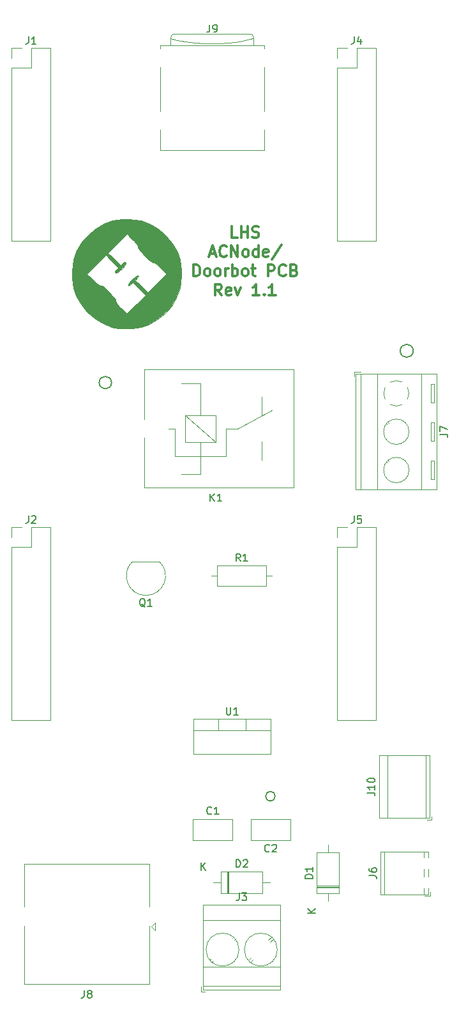
<source format=gbr>
G04 #@! TF.GenerationSoftware,KiCad,Pcbnew,5.0.1*
G04 #@! TF.CreationDate,2018-12-02T07:32:58+00:00*
G04 #@! TF.ProjectId,acnode-doorbot,61636E6F64652D646F6F72626F742E6B,rev?*
G04 #@! TF.SameCoordinates,Original*
G04 #@! TF.FileFunction,Legend,Top*
G04 #@! TF.FilePolarity,Positive*
%FSLAX46Y46*%
G04 Gerber Fmt 4.6, Leading zero omitted, Abs format (unit mm)*
G04 Created by KiCad (PCBNEW 5.0.1) date Sun Dec  2 07:32:58 2018*
%MOMM*%
%LPD*%
G01*
G04 APERTURE LIST*
%ADD10C,0.200000*%
%ADD11C,0.300000*%
%ADD12C,0.120000*%
%ADD13C,0.010000*%
%ADD14C,0.150000*%
G04 APERTURE END LIST*
D10*
X64022192Y-84890000D02*
G75*
G03X64022192Y-84890000I-822192J0D01*
G01*
X104033539Y-80680000D02*
G75*
G03X104033539Y-80680000I-863539J0D01*
G01*
X85725000Y-139700000D02*
G75*
G03X85725000Y-139700000I-635000J0D01*
G01*
D11*
X80694285Y-65683571D02*
X79980000Y-65683571D01*
X79980000Y-64183571D01*
X81194285Y-65683571D02*
X81194285Y-64183571D01*
X81194285Y-64897857D02*
X82051428Y-64897857D01*
X82051428Y-65683571D02*
X82051428Y-64183571D01*
X82694285Y-65612142D02*
X82908571Y-65683571D01*
X83265714Y-65683571D01*
X83408571Y-65612142D01*
X83480000Y-65540714D01*
X83551428Y-65397857D01*
X83551428Y-65255000D01*
X83480000Y-65112142D01*
X83408571Y-65040714D01*
X83265714Y-64969285D01*
X82980000Y-64897857D01*
X82837142Y-64826428D01*
X82765714Y-64755000D01*
X82694285Y-64612142D01*
X82694285Y-64469285D01*
X82765714Y-64326428D01*
X82837142Y-64255000D01*
X82980000Y-64183571D01*
X83337142Y-64183571D01*
X83551428Y-64255000D01*
X77051428Y-67805000D02*
X77765714Y-67805000D01*
X76908571Y-68233571D02*
X77408571Y-66733571D01*
X77908571Y-68233571D01*
X79265714Y-68090714D02*
X79194285Y-68162142D01*
X78980000Y-68233571D01*
X78837142Y-68233571D01*
X78622857Y-68162142D01*
X78480000Y-68019285D01*
X78408571Y-67876428D01*
X78337142Y-67590714D01*
X78337142Y-67376428D01*
X78408571Y-67090714D01*
X78480000Y-66947857D01*
X78622857Y-66805000D01*
X78837142Y-66733571D01*
X78980000Y-66733571D01*
X79194285Y-66805000D01*
X79265714Y-66876428D01*
X79908571Y-68233571D02*
X79908571Y-66733571D01*
X80765714Y-68233571D01*
X80765714Y-66733571D01*
X81694285Y-68233571D02*
X81551428Y-68162142D01*
X81480000Y-68090714D01*
X81408571Y-67947857D01*
X81408571Y-67519285D01*
X81480000Y-67376428D01*
X81551428Y-67305000D01*
X81694285Y-67233571D01*
X81908571Y-67233571D01*
X82051428Y-67305000D01*
X82122857Y-67376428D01*
X82194285Y-67519285D01*
X82194285Y-67947857D01*
X82122857Y-68090714D01*
X82051428Y-68162142D01*
X81908571Y-68233571D01*
X81694285Y-68233571D01*
X83480000Y-68233571D02*
X83480000Y-66733571D01*
X83480000Y-68162142D02*
X83337142Y-68233571D01*
X83051428Y-68233571D01*
X82908571Y-68162142D01*
X82837142Y-68090714D01*
X82765714Y-67947857D01*
X82765714Y-67519285D01*
X82837142Y-67376428D01*
X82908571Y-67305000D01*
X83051428Y-67233571D01*
X83337142Y-67233571D01*
X83480000Y-67305000D01*
X84765714Y-68162142D02*
X84622857Y-68233571D01*
X84337142Y-68233571D01*
X84194285Y-68162142D01*
X84122857Y-68019285D01*
X84122857Y-67447857D01*
X84194285Y-67305000D01*
X84337142Y-67233571D01*
X84622857Y-67233571D01*
X84765714Y-67305000D01*
X84837142Y-67447857D01*
X84837142Y-67590714D01*
X84122857Y-67733571D01*
X86551428Y-66662142D02*
X85265714Y-68590714D01*
X74908571Y-70783571D02*
X74908571Y-69283571D01*
X75265714Y-69283571D01*
X75480000Y-69355000D01*
X75622857Y-69497857D01*
X75694285Y-69640714D01*
X75765714Y-69926428D01*
X75765714Y-70140714D01*
X75694285Y-70426428D01*
X75622857Y-70569285D01*
X75480000Y-70712142D01*
X75265714Y-70783571D01*
X74908571Y-70783571D01*
X76622857Y-70783571D02*
X76480000Y-70712142D01*
X76408571Y-70640714D01*
X76337142Y-70497857D01*
X76337142Y-70069285D01*
X76408571Y-69926428D01*
X76480000Y-69855000D01*
X76622857Y-69783571D01*
X76837142Y-69783571D01*
X76980000Y-69855000D01*
X77051428Y-69926428D01*
X77122857Y-70069285D01*
X77122857Y-70497857D01*
X77051428Y-70640714D01*
X76980000Y-70712142D01*
X76837142Y-70783571D01*
X76622857Y-70783571D01*
X77980000Y-70783571D02*
X77837142Y-70712142D01*
X77765714Y-70640714D01*
X77694285Y-70497857D01*
X77694285Y-70069285D01*
X77765714Y-69926428D01*
X77837142Y-69855000D01*
X77980000Y-69783571D01*
X78194285Y-69783571D01*
X78337142Y-69855000D01*
X78408571Y-69926428D01*
X78480000Y-70069285D01*
X78480000Y-70497857D01*
X78408571Y-70640714D01*
X78337142Y-70712142D01*
X78194285Y-70783571D01*
X77980000Y-70783571D01*
X79122857Y-70783571D02*
X79122857Y-69783571D01*
X79122857Y-70069285D02*
X79194285Y-69926428D01*
X79265714Y-69855000D01*
X79408571Y-69783571D01*
X79551428Y-69783571D01*
X80051428Y-70783571D02*
X80051428Y-69283571D01*
X80051428Y-69855000D02*
X80194285Y-69783571D01*
X80480000Y-69783571D01*
X80622857Y-69855000D01*
X80694285Y-69926428D01*
X80765714Y-70069285D01*
X80765714Y-70497857D01*
X80694285Y-70640714D01*
X80622857Y-70712142D01*
X80480000Y-70783571D01*
X80194285Y-70783571D01*
X80051428Y-70712142D01*
X81622857Y-70783571D02*
X81480000Y-70712142D01*
X81408571Y-70640714D01*
X81337142Y-70497857D01*
X81337142Y-70069285D01*
X81408571Y-69926428D01*
X81480000Y-69855000D01*
X81622857Y-69783571D01*
X81837142Y-69783571D01*
X81980000Y-69855000D01*
X82051428Y-69926428D01*
X82122857Y-70069285D01*
X82122857Y-70497857D01*
X82051428Y-70640714D01*
X81980000Y-70712142D01*
X81837142Y-70783571D01*
X81622857Y-70783571D01*
X82551428Y-69783571D02*
X83122857Y-69783571D01*
X82765714Y-69283571D02*
X82765714Y-70569285D01*
X82837142Y-70712142D01*
X82980000Y-70783571D01*
X83122857Y-70783571D01*
X84765714Y-70783571D02*
X84765714Y-69283571D01*
X85337142Y-69283571D01*
X85480000Y-69355000D01*
X85551428Y-69426428D01*
X85622857Y-69569285D01*
X85622857Y-69783571D01*
X85551428Y-69926428D01*
X85480000Y-69997857D01*
X85337142Y-70069285D01*
X84765714Y-70069285D01*
X87122857Y-70640714D02*
X87051428Y-70712142D01*
X86837142Y-70783571D01*
X86694285Y-70783571D01*
X86480000Y-70712142D01*
X86337142Y-70569285D01*
X86265714Y-70426428D01*
X86194285Y-70140714D01*
X86194285Y-69926428D01*
X86265714Y-69640714D01*
X86337142Y-69497857D01*
X86480000Y-69355000D01*
X86694285Y-69283571D01*
X86837142Y-69283571D01*
X87051428Y-69355000D01*
X87122857Y-69426428D01*
X88265714Y-69997857D02*
X88480000Y-70069285D01*
X88551428Y-70140714D01*
X88622857Y-70283571D01*
X88622857Y-70497857D01*
X88551428Y-70640714D01*
X88480000Y-70712142D01*
X88337142Y-70783571D01*
X87765714Y-70783571D01*
X87765714Y-69283571D01*
X88265714Y-69283571D01*
X88408571Y-69355000D01*
X88480000Y-69426428D01*
X88551428Y-69569285D01*
X88551428Y-69712142D01*
X88480000Y-69855000D01*
X88408571Y-69926428D01*
X88265714Y-69997857D01*
X87765714Y-69997857D01*
X78622857Y-73333571D02*
X78122857Y-72619285D01*
X77765714Y-73333571D02*
X77765714Y-71833571D01*
X78337142Y-71833571D01*
X78480000Y-71905000D01*
X78551428Y-71976428D01*
X78622857Y-72119285D01*
X78622857Y-72333571D01*
X78551428Y-72476428D01*
X78480000Y-72547857D01*
X78337142Y-72619285D01*
X77765714Y-72619285D01*
X79837142Y-73262142D02*
X79694285Y-73333571D01*
X79408571Y-73333571D01*
X79265714Y-73262142D01*
X79194285Y-73119285D01*
X79194285Y-72547857D01*
X79265714Y-72405000D01*
X79408571Y-72333571D01*
X79694285Y-72333571D01*
X79837142Y-72405000D01*
X79908571Y-72547857D01*
X79908571Y-72690714D01*
X79194285Y-72833571D01*
X80408571Y-72333571D02*
X80765714Y-73333571D01*
X81122857Y-72333571D01*
X83622857Y-73333571D02*
X82765714Y-73333571D01*
X83194285Y-73333571D02*
X83194285Y-71833571D01*
X83051428Y-72047857D01*
X82908571Y-72190714D01*
X82765714Y-72262142D01*
X84265714Y-73190714D02*
X84337142Y-73262142D01*
X84265714Y-73333571D01*
X84194285Y-73262142D01*
X84265714Y-73190714D01*
X84265714Y-73333571D01*
X85765714Y-73333571D02*
X84908571Y-73333571D01*
X85337142Y-73333571D02*
X85337142Y-71833571D01*
X85194285Y-72047857D01*
X85051428Y-72190714D01*
X84908571Y-72262142D01*
D12*
G04 #@! TO.C,C1*
X74830000Y-142775000D02*
X80070000Y-142775000D01*
X74830000Y-145515000D02*
X80070000Y-145515000D01*
X74830000Y-142775000D02*
X74830000Y-145515000D01*
X80070000Y-142775000D02*
X80070000Y-145515000D01*
G04 #@! TO.C,C2*
X82490000Y-145515000D02*
X82490000Y-142775000D01*
X87730000Y-145515000D02*
X87730000Y-142775000D01*
X87730000Y-142775000D02*
X82490000Y-142775000D01*
X87730000Y-145515000D02*
X82490000Y-145515000D01*
G04 #@! TO.C,D1*
X91240000Y-152580000D02*
X94180000Y-152580000D01*
X94180000Y-152580000D02*
X94180000Y-147140000D01*
X94180000Y-147140000D02*
X91240000Y-147140000D01*
X91240000Y-147140000D02*
X91240000Y-152580000D01*
X92710000Y-153600000D02*
X92710000Y-152580000D01*
X92710000Y-146120000D02*
X92710000Y-147140000D01*
X91240000Y-151680000D02*
X94180000Y-151680000D01*
X91240000Y-151560000D02*
X94180000Y-151560000D01*
X91240000Y-151800000D02*
X94180000Y-151800000D01*
G04 #@! TO.C,D2*
X79340000Y-149660000D02*
X79340000Y-152600000D01*
X79580000Y-149660000D02*
X79580000Y-152600000D01*
X79460000Y-149660000D02*
X79460000Y-152600000D01*
X85020000Y-151130000D02*
X84000000Y-151130000D01*
X77540000Y-151130000D02*
X78560000Y-151130000D01*
X84000000Y-149660000D02*
X78560000Y-149660000D01*
X84000000Y-152600000D02*
X84000000Y-149660000D01*
X78560000Y-152600000D02*
X84000000Y-152600000D01*
X78560000Y-149660000D02*
X78560000Y-152600000D01*
G04 #@! TO.C,J1*
X50740000Y-66100000D02*
X55940000Y-66100000D01*
X50740000Y-43180000D02*
X50740000Y-66100000D01*
X55940000Y-40580000D02*
X55940000Y-66100000D01*
X50740000Y-43180000D02*
X53340000Y-43180000D01*
X53340000Y-43180000D02*
X53340000Y-40580000D01*
X53340000Y-40580000D02*
X55940000Y-40580000D01*
X50740000Y-41910000D02*
X50740000Y-40580000D01*
X50740000Y-40580000D02*
X52070000Y-40580000D01*
G04 #@! TO.C,J2*
X50740000Y-104080000D02*
X52070000Y-104080000D01*
X50740000Y-105410000D02*
X50740000Y-104080000D01*
X53340000Y-104080000D02*
X55940000Y-104080000D01*
X53340000Y-106680000D02*
X53340000Y-104080000D01*
X50740000Y-106680000D02*
X53340000Y-106680000D01*
X55940000Y-104080000D02*
X55940000Y-129600000D01*
X50740000Y-106680000D02*
X50740000Y-129600000D01*
X50740000Y-129600000D02*
X55940000Y-129600000D01*
G04 #@! TO.C,J3*
X80920000Y-160020000D02*
G75*
G03X80920000Y-160020000I-2180000J0D01*
G01*
X86000000Y-160020000D02*
G75*
G03X86000000Y-160020000I-2180000J0D01*
G01*
X76140000Y-164820000D02*
X86420000Y-164820000D01*
X76140000Y-162320000D02*
X86420000Y-162320000D01*
X76140000Y-156120000D02*
X86420000Y-156120000D01*
X76140000Y-154060000D02*
X86420000Y-154060000D01*
X76140000Y-165380000D02*
X86420000Y-165380000D01*
X76140000Y-154060000D02*
X76140000Y-165380000D01*
X86420000Y-154060000D02*
X86420000Y-165380000D01*
X80394000Y-158632000D02*
X80287000Y-158739000D01*
X77458000Y-161567000D02*
X77352000Y-161674000D01*
X80128000Y-158366000D02*
X80021000Y-158473000D01*
X77192000Y-161301000D02*
X77086000Y-161408000D01*
X85474000Y-158632000D02*
X85079000Y-159028000D01*
X82813000Y-161294000D02*
X82433000Y-161674000D01*
X85208000Y-158366000D02*
X84828000Y-158746000D01*
X82562000Y-161012000D02*
X82167000Y-161408000D01*
X75900000Y-164880000D02*
X75900000Y-165620000D01*
X75900000Y-165620000D02*
X76400000Y-165620000D01*
G04 #@! TO.C,J4*
X93920000Y-66100000D02*
X99120000Y-66100000D01*
X93920000Y-43180000D02*
X93920000Y-66100000D01*
X99120000Y-40580000D02*
X99120000Y-66100000D01*
X93920000Y-43180000D02*
X96520000Y-43180000D01*
X96520000Y-43180000D02*
X96520000Y-40580000D01*
X96520000Y-40580000D02*
X99120000Y-40580000D01*
X93920000Y-41910000D02*
X93920000Y-40580000D01*
X93920000Y-40580000D02*
X95250000Y-40580000D01*
G04 #@! TO.C,J5*
X93920000Y-104080000D02*
X95250000Y-104080000D01*
X93920000Y-105410000D02*
X93920000Y-104080000D01*
X96520000Y-104080000D02*
X99120000Y-104080000D01*
X96520000Y-106680000D02*
X96520000Y-104080000D01*
X93920000Y-106680000D02*
X96520000Y-106680000D01*
X99120000Y-104080000D02*
X99120000Y-129600000D01*
X93920000Y-106680000D02*
X93920000Y-129600000D01*
X93920000Y-129600000D02*
X99120000Y-129600000D01*
G04 #@! TO.C,J6*
X105470000Y-152690000D02*
X105470000Y-151920000D01*
X105470000Y-150340000D02*
X105470000Y-149380000D01*
X105470000Y-147800000D02*
X105470000Y-147030000D01*
X100170000Y-152690000D02*
X100170000Y-147030000D01*
X99710000Y-152690000D02*
X99710000Y-147030000D01*
X106030000Y-152690000D02*
X106030000Y-151920000D01*
X106030000Y-150340000D02*
X106030000Y-149380000D01*
X106030000Y-147800000D02*
X106030000Y-147030000D01*
X99710000Y-152690000D02*
X106030000Y-152690000D01*
X99710000Y-147030000D02*
X106030000Y-147030000D01*
X105530000Y-152930000D02*
X106270000Y-152930000D01*
X106270000Y-152930000D02*
X106270000Y-152430000D01*
G04 #@! TO.C,J7*
X100306648Y-87108712D02*
G75*
G02X100110000Y-86320000I1483352J788712D01*
G01*
X102579088Y-87803953D02*
G75*
G02X101001000Y-87804000I-789088J1483953D01*
G01*
X103273953Y-85530912D02*
G75*
G02X103274000Y-87109000I-1483953J-789088D01*
G01*
X101000912Y-84836047D02*
G75*
G02X102579000Y-84836000I789088J-1483953D01*
G01*
X100109550Y-86349383D02*
G75*
G02X100306000Y-85531000I1680450J29383D01*
G01*
X103470000Y-91400000D02*
G75*
G03X103470000Y-91400000I-1680000J0D01*
G01*
X103470000Y-96480000D02*
G75*
G03X103470000Y-96480000I-1680000J0D01*
G01*
X97090000Y-83720000D02*
X97090000Y-99080000D01*
X99290000Y-83720000D02*
X99290000Y-99080000D01*
X105090000Y-83720000D02*
X105090000Y-99080000D01*
X107150000Y-83720000D02*
X107150000Y-99080000D01*
X96430000Y-83720000D02*
X96430000Y-99080000D01*
X107150000Y-83720000D02*
X96430000Y-83720000D01*
X107150000Y-99080000D02*
X96430000Y-99080000D01*
X106840000Y-85070000D02*
X106840000Y-87570000D01*
X106340000Y-85070000D02*
X106340000Y-87570000D01*
X106840000Y-85070000D02*
X106340000Y-85070000D01*
X106840000Y-87570000D02*
X106340000Y-87570000D01*
X102859000Y-92675000D02*
X102766000Y-92581000D01*
X100574000Y-90390000D02*
X100516000Y-90331000D01*
X103065000Y-92470000D02*
X103006000Y-92411000D01*
X100814000Y-90220000D02*
X100721000Y-90126000D01*
X106840000Y-90150000D02*
X106840000Y-92650000D01*
X106340000Y-90150000D02*
X106340000Y-92650000D01*
X106840000Y-90150000D02*
X106340000Y-90150000D01*
X106840000Y-92650000D02*
X106340000Y-92650000D01*
X102859000Y-97755000D02*
X102766000Y-97661000D01*
X100574000Y-95470000D02*
X100516000Y-95411000D01*
X103065000Y-97550000D02*
X103006000Y-97491000D01*
X100814000Y-95300000D02*
X100721000Y-95206000D01*
X106840000Y-95230000D02*
X106840000Y-97730000D01*
X106340000Y-95230000D02*
X106340000Y-97730000D01*
X106840000Y-95230000D02*
X106340000Y-95230000D01*
X106840000Y-97730000D02*
X106340000Y-97730000D01*
X97030000Y-83480000D02*
X96190000Y-83480000D01*
X96190000Y-83480000D02*
X96190000Y-84080000D01*
G04 #@! TO.C,J8*
X69050000Y-164555000D02*
X52410000Y-164555000D01*
X69050000Y-164555000D02*
X69050000Y-156850000D01*
X52410000Y-164555000D02*
X52410000Y-156850000D01*
X69050000Y-148675000D02*
X52410000Y-148675000D01*
X69050000Y-148675000D02*
X69050000Y-154350000D01*
X52410000Y-148675000D02*
X52410000Y-154350000D01*
X69290000Y-156990000D02*
X69790000Y-156490000D01*
X69790000Y-156490000D02*
X69790000Y-157490000D01*
X69790000Y-157490000D02*
X69290000Y-156990000D01*
G04 #@! TO.C,J9*
X82370000Y-39390000D02*
X82870000Y-39290000D01*
X81070000Y-39690000D02*
X82370000Y-39390000D01*
X79570000Y-39890000D02*
X81070000Y-39690000D01*
X78270000Y-39990000D02*
X79570000Y-39890000D01*
X76470000Y-39990000D02*
X78270000Y-39990000D01*
X75170000Y-39890000D02*
X76470000Y-39990000D01*
X74370000Y-39790000D02*
X75170000Y-39890000D01*
X72670000Y-39490000D02*
X74370000Y-39790000D01*
X71870000Y-39290000D02*
X72670000Y-39490000D01*
X72370000Y-38690000D02*
X82370000Y-38690000D01*
X71870000Y-40190000D02*
X71870000Y-39190000D01*
X82870000Y-40190000D02*
X82870000Y-39190000D01*
X70460000Y-40190000D02*
X84280000Y-40190000D01*
X84280000Y-54110000D02*
X70460000Y-54110000D01*
X84280000Y-51410000D02*
X84280000Y-54110000D01*
X84280000Y-40190000D02*
X84280000Y-40590000D01*
X84280000Y-43110000D02*
X84280000Y-48890000D01*
X70460000Y-51410000D02*
X70460000Y-54110000D01*
X70460000Y-43110000D02*
X70460000Y-48890000D01*
X70460000Y-40190000D02*
X70460000Y-40590000D01*
X82870000Y-39190000D02*
G75*
G03X82370000Y-38690000I-500000J0D01*
G01*
X72370000Y-38690000D02*
G75*
G03X71870000Y-39190000I0J-500000D01*
G01*
G04 #@! TO.C,J10*
X105720000Y-142590000D02*
X105720000Y-134270000D01*
X100620000Y-142590000D02*
X100620000Y-134270000D01*
X99500000Y-142590000D02*
X99500000Y-134270000D01*
X106240000Y-142590000D02*
X106240000Y-134270000D01*
X99500000Y-142590000D02*
X106240000Y-142590000D01*
X99500000Y-134270000D02*
X106240000Y-134270000D01*
X105840000Y-142830000D02*
X106480000Y-142830000D01*
X106480000Y-142830000D02*
X106480000Y-142430000D01*
G04 #@! TO.C,K1*
X68360000Y-92160000D02*
X68360000Y-98760000D01*
X68360000Y-83160000D02*
X68360000Y-89760000D01*
X68360000Y-83160000D02*
X88160000Y-83160000D01*
X88160000Y-83160000D02*
X88160000Y-98760000D01*
X88160000Y-98760000D02*
X68360000Y-98760000D01*
X83910000Y-95160000D02*
X83910000Y-92710000D01*
X83910000Y-86760000D02*
X83910000Y-89260000D01*
X73310000Y-97010000D02*
X75810000Y-97010000D01*
X72410000Y-91010000D02*
X71610000Y-91010000D01*
X75810000Y-85010000D02*
X73310000Y-85010000D01*
X79210000Y-91010000D02*
X80710000Y-91010000D01*
X80710000Y-91010000D02*
X85310000Y-88510000D01*
X79210000Y-94610000D02*
X72410000Y-94610000D01*
X79210000Y-91010000D02*
X79210000Y-94610000D01*
X72410000Y-91010000D02*
X72410000Y-94610000D01*
X75810000Y-85010000D02*
X75810000Y-89210000D01*
X75810000Y-92810000D02*
X75810000Y-97010000D01*
X77810000Y-92810000D02*
X73810000Y-89210000D01*
X73810000Y-92810000D02*
X73810000Y-89210000D01*
X73810000Y-89210000D02*
X77810000Y-89210000D01*
X77810000Y-89210000D02*
X77810000Y-92810000D01*
X77810000Y-92810000D02*
X73810000Y-92810000D01*
G04 #@! TO.C,Q1*
X70380000Y-108640000D02*
X66780000Y-108640000D01*
X70418478Y-108651522D02*
G75*
G02X68580000Y-113090000I-1838478J-1838478D01*
G01*
X66741522Y-108651522D02*
G75*
G03X68580000Y-113090000I1838478J-1838478D01*
G01*
G04 #@! TO.C,R1*
X78010000Y-109120000D02*
X78010000Y-111860000D01*
X78010000Y-111860000D02*
X84550000Y-111860000D01*
X84550000Y-111860000D02*
X84550000Y-109120000D01*
X84550000Y-109120000D02*
X78010000Y-109120000D01*
X77240000Y-110490000D02*
X78010000Y-110490000D01*
X85320000Y-110490000D02*
X84550000Y-110490000D01*
G04 #@! TO.C,U1*
X74890000Y-129445000D02*
X85130000Y-129445000D01*
X74890000Y-134086000D02*
X85130000Y-134086000D01*
X74890000Y-129445000D02*
X74890000Y-134086000D01*
X85130000Y-129445000D02*
X85130000Y-134086000D01*
X74890000Y-130955000D02*
X85130000Y-130955000D01*
X78160000Y-129445000D02*
X78160000Y-130955000D01*
X81861000Y-129445000D02*
X81861000Y-130955000D01*
D13*
G04 #@! TO.C,G\002A\002A\002A*
G36*
X67161055Y-63306258D02*
X67822778Y-63405104D01*
X67939241Y-63433368D01*
X69171148Y-63888989D01*
X70294016Y-64557811D01*
X71280563Y-65412552D01*
X72103508Y-66425932D01*
X72735571Y-67570668D01*
X73091631Y-68585758D01*
X73201782Y-69206237D01*
X73259684Y-69979982D01*
X73265337Y-70811689D01*
X73218741Y-71606055D01*
X73119895Y-72267778D01*
X73091631Y-72384241D01*
X72636010Y-73616148D01*
X71967188Y-74739016D01*
X71112447Y-75725563D01*
X70099067Y-76548508D01*
X68954331Y-77180571D01*
X67939241Y-77536631D01*
X67368886Y-77637240D01*
X66640449Y-77693428D01*
X65842795Y-77705330D01*
X65064790Y-77673082D01*
X64395300Y-77596823D01*
X64085223Y-77530703D01*
X62869594Y-77068820D01*
X61758056Y-76393382D01*
X60779337Y-75533397D01*
X59962165Y-74517871D01*
X59335267Y-73375812D01*
X58988368Y-72384241D01*
X58878217Y-71763762D01*
X58820315Y-70990017D01*
X58816863Y-70482132D01*
X60773995Y-70482132D01*
X61589361Y-71304811D01*
X62049846Y-71742315D01*
X62364849Y-71978010D01*
X62538784Y-72015140D01*
X62547129Y-72009307D01*
X62702555Y-72033715D01*
X63002567Y-72249939D01*
X63451848Y-72661606D01*
X63679470Y-72886905D01*
X64162566Y-73393988D01*
X64447990Y-73744752D01*
X64536991Y-73940825D01*
X64516398Y-73977253D01*
X64514129Y-74109372D01*
X64707048Y-74386459D01*
X65098266Y-74812844D01*
X65166273Y-74881910D01*
X65528997Y-75240576D01*
X65823240Y-75517887D01*
X66004970Y-75672964D01*
X66038839Y-75692000D01*
X66149150Y-75606969D01*
X66402508Y-75374030D01*
X66763902Y-75026413D01*
X67198320Y-74597348D01*
X67309418Y-74486084D01*
X68510320Y-73280168D01*
X66877192Y-71632394D01*
X66598994Y-71893748D01*
X66370175Y-72057803D01*
X66235195Y-72015784D01*
X66227715Y-72004495D01*
X66260750Y-71841796D01*
X66440174Y-71580720D01*
X66710376Y-71276874D01*
X67015747Y-70985871D01*
X67300676Y-70763320D01*
X67509553Y-70664830D01*
X67559495Y-70672715D01*
X67616700Y-70802109D01*
X67468684Y-71022483D01*
X67448748Y-71043994D01*
X67187394Y-71322192D01*
X68012130Y-72139598D01*
X68836867Y-72957004D01*
X70071435Y-71722435D01*
X71306004Y-70487867D01*
X70490638Y-69665188D01*
X70030153Y-69227684D01*
X69715150Y-68991989D01*
X69541215Y-68954859D01*
X69532870Y-68960692D01*
X69387260Y-68931254D01*
X69124833Y-68751831D01*
X68789480Y-68466443D01*
X68425092Y-68119110D01*
X68075559Y-67753852D01*
X67784773Y-67414689D01*
X67596625Y-67145641D01*
X67555006Y-66990729D01*
X67560888Y-66982911D01*
X67543044Y-66826384D01*
X67321962Y-66522852D01*
X66896686Y-66071017D01*
X66862719Y-66037244D01*
X66037132Y-65218995D01*
X64802564Y-66453564D01*
X63567995Y-67688132D01*
X64385401Y-68512869D01*
X65202807Y-69337605D01*
X65475342Y-69081572D01*
X65689897Y-68917614D01*
X65831971Y-68937597D01*
X65889982Y-68996765D01*
X65888045Y-69170457D01*
X65733650Y-69435255D01*
X65479499Y-69738792D01*
X65178295Y-70028704D01*
X64882741Y-70252625D01*
X64645539Y-70358190D01*
X64543459Y-70334659D01*
X64471412Y-70176828D01*
X64588936Y-69973181D01*
X64641691Y-69914892D01*
X64892605Y-69647807D01*
X64067869Y-68830401D01*
X63243132Y-68012995D01*
X62008564Y-69247564D01*
X60773995Y-70482132D01*
X58816863Y-70482132D01*
X58814662Y-70158310D01*
X58861258Y-69363944D01*
X58960104Y-68702221D01*
X58988368Y-68585758D01*
X59429439Y-67371832D01*
X60082462Y-66274070D01*
X60890354Y-65335354D01*
X61909346Y-64469824D01*
X63014828Y-63833611D01*
X64140758Y-63433368D01*
X64761237Y-63323217D01*
X65534982Y-63265315D01*
X66366689Y-63259662D01*
X67161055Y-63306258D01*
X67161055Y-63306258D01*
G37*
X67161055Y-63306258D02*
X67822778Y-63405104D01*
X67939241Y-63433368D01*
X69171148Y-63888989D01*
X70294016Y-64557811D01*
X71280563Y-65412552D01*
X72103508Y-66425932D01*
X72735571Y-67570668D01*
X73091631Y-68585758D01*
X73201782Y-69206237D01*
X73259684Y-69979982D01*
X73265337Y-70811689D01*
X73218741Y-71606055D01*
X73119895Y-72267778D01*
X73091631Y-72384241D01*
X72636010Y-73616148D01*
X71967188Y-74739016D01*
X71112447Y-75725563D01*
X70099067Y-76548508D01*
X68954331Y-77180571D01*
X67939241Y-77536631D01*
X67368886Y-77637240D01*
X66640449Y-77693428D01*
X65842795Y-77705330D01*
X65064790Y-77673082D01*
X64395300Y-77596823D01*
X64085223Y-77530703D01*
X62869594Y-77068820D01*
X61758056Y-76393382D01*
X60779337Y-75533397D01*
X59962165Y-74517871D01*
X59335267Y-73375812D01*
X58988368Y-72384241D01*
X58878217Y-71763762D01*
X58820315Y-70990017D01*
X58816863Y-70482132D01*
X60773995Y-70482132D01*
X61589361Y-71304811D01*
X62049846Y-71742315D01*
X62364849Y-71978010D01*
X62538784Y-72015140D01*
X62547129Y-72009307D01*
X62702555Y-72033715D01*
X63002567Y-72249939D01*
X63451848Y-72661606D01*
X63679470Y-72886905D01*
X64162566Y-73393988D01*
X64447990Y-73744752D01*
X64536991Y-73940825D01*
X64516398Y-73977253D01*
X64514129Y-74109372D01*
X64707048Y-74386459D01*
X65098266Y-74812844D01*
X65166273Y-74881910D01*
X65528997Y-75240576D01*
X65823240Y-75517887D01*
X66004970Y-75672964D01*
X66038839Y-75692000D01*
X66149150Y-75606969D01*
X66402508Y-75374030D01*
X66763902Y-75026413D01*
X67198320Y-74597348D01*
X67309418Y-74486084D01*
X68510320Y-73280168D01*
X66877192Y-71632394D01*
X66598994Y-71893748D01*
X66370175Y-72057803D01*
X66235195Y-72015784D01*
X66227715Y-72004495D01*
X66260750Y-71841796D01*
X66440174Y-71580720D01*
X66710376Y-71276874D01*
X67015747Y-70985871D01*
X67300676Y-70763320D01*
X67509553Y-70664830D01*
X67559495Y-70672715D01*
X67616700Y-70802109D01*
X67468684Y-71022483D01*
X67448748Y-71043994D01*
X67187394Y-71322192D01*
X68012130Y-72139598D01*
X68836867Y-72957004D01*
X70071435Y-71722435D01*
X71306004Y-70487867D01*
X70490638Y-69665188D01*
X70030153Y-69227684D01*
X69715150Y-68991989D01*
X69541215Y-68954859D01*
X69532870Y-68960692D01*
X69387260Y-68931254D01*
X69124833Y-68751831D01*
X68789480Y-68466443D01*
X68425092Y-68119110D01*
X68075559Y-67753852D01*
X67784773Y-67414689D01*
X67596625Y-67145641D01*
X67555006Y-66990729D01*
X67560888Y-66982911D01*
X67543044Y-66826384D01*
X67321962Y-66522852D01*
X66896686Y-66071017D01*
X66862719Y-66037244D01*
X66037132Y-65218995D01*
X64802564Y-66453564D01*
X63567995Y-67688132D01*
X64385401Y-68512869D01*
X65202807Y-69337605D01*
X65475342Y-69081572D01*
X65689897Y-68917614D01*
X65831971Y-68937597D01*
X65889982Y-68996765D01*
X65888045Y-69170457D01*
X65733650Y-69435255D01*
X65479499Y-69738792D01*
X65178295Y-70028704D01*
X64882741Y-70252625D01*
X64645539Y-70358190D01*
X64543459Y-70334659D01*
X64471412Y-70176828D01*
X64588936Y-69973181D01*
X64641691Y-69914892D01*
X64892605Y-69647807D01*
X64067869Y-68830401D01*
X63243132Y-68012995D01*
X62008564Y-69247564D01*
X60773995Y-70482132D01*
X58816863Y-70482132D01*
X58814662Y-70158310D01*
X58861258Y-69363944D01*
X58960104Y-68702221D01*
X58988368Y-68585758D01*
X59429439Y-67371832D01*
X60082462Y-66274070D01*
X60890354Y-65335354D01*
X61909346Y-64469824D01*
X63014828Y-63833611D01*
X64140758Y-63433368D01*
X64761237Y-63323217D01*
X65534982Y-63265315D01*
X66366689Y-63259662D01*
X67161055Y-63306258D01*
G04 #@! TO.C,C1*
D14*
X77283333Y-142002142D02*
X77235714Y-142049761D01*
X77092857Y-142097380D01*
X76997619Y-142097380D01*
X76854761Y-142049761D01*
X76759523Y-141954523D01*
X76711904Y-141859285D01*
X76664285Y-141668809D01*
X76664285Y-141525952D01*
X76711904Y-141335476D01*
X76759523Y-141240238D01*
X76854761Y-141145000D01*
X76997619Y-141097380D01*
X77092857Y-141097380D01*
X77235714Y-141145000D01*
X77283333Y-141192619D01*
X78235714Y-142097380D02*
X77664285Y-142097380D01*
X77950000Y-142097380D02*
X77950000Y-141097380D01*
X77854761Y-141240238D01*
X77759523Y-141335476D01*
X77664285Y-141383095D01*
G04 #@! TO.C,C2*
X84943333Y-147002142D02*
X84895714Y-147049761D01*
X84752857Y-147097380D01*
X84657619Y-147097380D01*
X84514761Y-147049761D01*
X84419523Y-146954523D01*
X84371904Y-146859285D01*
X84324285Y-146668809D01*
X84324285Y-146525952D01*
X84371904Y-146335476D01*
X84419523Y-146240238D01*
X84514761Y-146145000D01*
X84657619Y-146097380D01*
X84752857Y-146097380D01*
X84895714Y-146145000D01*
X84943333Y-146192619D01*
X85324285Y-146192619D02*
X85371904Y-146145000D01*
X85467142Y-146097380D01*
X85705238Y-146097380D01*
X85800476Y-146145000D01*
X85848095Y-146192619D01*
X85895714Y-146287857D01*
X85895714Y-146383095D01*
X85848095Y-146525952D01*
X85276666Y-147097380D01*
X85895714Y-147097380D01*
G04 #@! TO.C,D1*
X90692380Y-150598095D02*
X89692380Y-150598095D01*
X89692380Y-150360000D01*
X89740000Y-150217142D01*
X89835238Y-150121904D01*
X89930476Y-150074285D01*
X90120952Y-150026666D01*
X90263809Y-150026666D01*
X90454285Y-150074285D01*
X90549523Y-150121904D01*
X90644761Y-150217142D01*
X90692380Y-150360000D01*
X90692380Y-150598095D01*
X90692380Y-149074285D02*
X90692380Y-149645714D01*
X90692380Y-149360000D02*
X89692380Y-149360000D01*
X89835238Y-149455238D01*
X89930476Y-149550476D01*
X89978095Y-149645714D01*
X91062380Y-155201904D02*
X90062380Y-155201904D01*
X91062380Y-154630476D02*
X90490952Y-155059047D01*
X90062380Y-154630476D02*
X90633809Y-155201904D01*
G04 #@! TO.C,D2*
X80541904Y-149112380D02*
X80541904Y-148112380D01*
X80780000Y-148112380D01*
X80922857Y-148160000D01*
X81018095Y-148255238D01*
X81065714Y-148350476D01*
X81113333Y-148540952D01*
X81113333Y-148683809D01*
X81065714Y-148874285D01*
X81018095Y-148969523D01*
X80922857Y-149064761D01*
X80780000Y-149112380D01*
X80541904Y-149112380D01*
X81494285Y-148207619D02*
X81541904Y-148160000D01*
X81637142Y-148112380D01*
X81875238Y-148112380D01*
X81970476Y-148160000D01*
X82018095Y-148207619D01*
X82065714Y-148302857D01*
X82065714Y-148398095D01*
X82018095Y-148540952D01*
X81446666Y-149112380D01*
X82065714Y-149112380D01*
X75938095Y-149482380D02*
X75938095Y-148482380D01*
X76509523Y-149482380D02*
X76080952Y-148910952D01*
X76509523Y-148482380D02*
X75938095Y-149053809D01*
G04 #@! TO.C,J1*
X53006666Y-39032380D02*
X53006666Y-39746666D01*
X52959047Y-39889523D01*
X52863809Y-39984761D01*
X52720952Y-40032380D01*
X52625714Y-40032380D01*
X54006666Y-40032380D02*
X53435238Y-40032380D01*
X53720952Y-40032380D02*
X53720952Y-39032380D01*
X53625714Y-39175238D01*
X53530476Y-39270476D01*
X53435238Y-39318095D01*
G04 #@! TO.C,J2*
X53006666Y-102532380D02*
X53006666Y-103246666D01*
X52959047Y-103389523D01*
X52863809Y-103484761D01*
X52720952Y-103532380D01*
X52625714Y-103532380D01*
X53435238Y-102627619D02*
X53482857Y-102580000D01*
X53578095Y-102532380D01*
X53816190Y-102532380D01*
X53911428Y-102580000D01*
X53959047Y-102627619D01*
X54006666Y-102722857D01*
X54006666Y-102818095D01*
X53959047Y-102960952D01*
X53387619Y-103532380D01*
X54006666Y-103532380D01*
G04 #@! TO.C,J3*
X80946666Y-152512380D02*
X80946666Y-153226666D01*
X80899047Y-153369523D01*
X80803809Y-153464761D01*
X80660952Y-153512380D01*
X80565714Y-153512380D01*
X81327619Y-152512380D02*
X81946666Y-152512380D01*
X81613333Y-152893333D01*
X81756190Y-152893333D01*
X81851428Y-152940952D01*
X81899047Y-152988571D01*
X81946666Y-153083809D01*
X81946666Y-153321904D01*
X81899047Y-153417142D01*
X81851428Y-153464761D01*
X81756190Y-153512380D01*
X81470476Y-153512380D01*
X81375238Y-153464761D01*
X81327619Y-153417142D01*
G04 #@! TO.C,J4*
X96186666Y-39032380D02*
X96186666Y-39746666D01*
X96139047Y-39889523D01*
X96043809Y-39984761D01*
X95900952Y-40032380D01*
X95805714Y-40032380D01*
X97091428Y-39365714D02*
X97091428Y-40032380D01*
X96853333Y-38984761D02*
X96615238Y-39699047D01*
X97234285Y-39699047D01*
G04 #@! TO.C,J5*
X96186666Y-102532380D02*
X96186666Y-103246666D01*
X96139047Y-103389523D01*
X96043809Y-103484761D01*
X95900952Y-103532380D01*
X95805714Y-103532380D01*
X97139047Y-102532380D02*
X96662857Y-102532380D01*
X96615238Y-103008571D01*
X96662857Y-102960952D01*
X96758095Y-102913333D01*
X96996190Y-102913333D01*
X97091428Y-102960952D01*
X97139047Y-103008571D01*
X97186666Y-103103809D01*
X97186666Y-103341904D01*
X97139047Y-103437142D01*
X97091428Y-103484761D01*
X96996190Y-103532380D01*
X96758095Y-103532380D01*
X96662857Y-103484761D01*
X96615238Y-103437142D01*
G04 #@! TO.C,J6*
X98162380Y-150193333D02*
X98876666Y-150193333D01*
X99019523Y-150240952D01*
X99114761Y-150336190D01*
X99162380Y-150479047D01*
X99162380Y-150574285D01*
X98162380Y-149288571D02*
X98162380Y-149479047D01*
X98210000Y-149574285D01*
X98257619Y-149621904D01*
X98400476Y-149717142D01*
X98590952Y-149764761D01*
X98971904Y-149764761D01*
X99067142Y-149717142D01*
X99114761Y-149669523D01*
X99162380Y-149574285D01*
X99162380Y-149383809D01*
X99114761Y-149288571D01*
X99067142Y-149240952D01*
X98971904Y-149193333D01*
X98733809Y-149193333D01*
X98638571Y-149240952D01*
X98590952Y-149288571D01*
X98543333Y-149383809D01*
X98543333Y-149574285D01*
X98590952Y-149669523D01*
X98638571Y-149717142D01*
X98733809Y-149764761D01*
G04 #@! TO.C,J7*
X107602380Y-91733333D02*
X108316666Y-91733333D01*
X108459523Y-91780952D01*
X108554761Y-91876190D01*
X108602380Y-92019047D01*
X108602380Y-92114285D01*
X107602380Y-91352380D02*
X107602380Y-90685714D01*
X108602380Y-91114285D01*
G04 #@! TO.C,J8*
X60396666Y-165442380D02*
X60396666Y-166156666D01*
X60349047Y-166299523D01*
X60253809Y-166394761D01*
X60110952Y-166442380D01*
X60015714Y-166442380D01*
X61015714Y-165870952D02*
X60920476Y-165823333D01*
X60872857Y-165775714D01*
X60825238Y-165680476D01*
X60825238Y-165632857D01*
X60872857Y-165537619D01*
X60920476Y-165490000D01*
X61015714Y-165442380D01*
X61206190Y-165442380D01*
X61301428Y-165490000D01*
X61349047Y-165537619D01*
X61396666Y-165632857D01*
X61396666Y-165680476D01*
X61349047Y-165775714D01*
X61301428Y-165823333D01*
X61206190Y-165870952D01*
X61015714Y-165870952D01*
X60920476Y-165918571D01*
X60872857Y-165966190D01*
X60825238Y-166061428D01*
X60825238Y-166251904D01*
X60872857Y-166347142D01*
X60920476Y-166394761D01*
X61015714Y-166442380D01*
X61206190Y-166442380D01*
X61301428Y-166394761D01*
X61349047Y-166347142D01*
X61396666Y-166251904D01*
X61396666Y-166061428D01*
X61349047Y-165966190D01*
X61301428Y-165918571D01*
X61206190Y-165870952D01*
G04 #@! TO.C,J9*
X77036666Y-37462380D02*
X77036666Y-38176666D01*
X76989047Y-38319523D01*
X76893809Y-38414761D01*
X76750952Y-38462380D01*
X76655714Y-38462380D01*
X77560476Y-38462380D02*
X77750952Y-38462380D01*
X77846190Y-38414761D01*
X77893809Y-38367142D01*
X77989047Y-38224285D01*
X78036666Y-38033809D01*
X78036666Y-37652857D01*
X77989047Y-37557619D01*
X77941428Y-37510000D01*
X77846190Y-37462380D01*
X77655714Y-37462380D01*
X77560476Y-37510000D01*
X77512857Y-37557619D01*
X77465238Y-37652857D01*
X77465238Y-37890952D01*
X77512857Y-37986190D01*
X77560476Y-38033809D01*
X77655714Y-38081428D01*
X77846190Y-38081428D01*
X77941428Y-38033809D01*
X77989047Y-37986190D01*
X78036666Y-37890952D01*
G04 #@! TO.C,J10*
X97952380Y-139239523D02*
X98666666Y-139239523D01*
X98809523Y-139287142D01*
X98904761Y-139382380D01*
X98952380Y-139525238D01*
X98952380Y-139620476D01*
X98952380Y-138239523D02*
X98952380Y-138810952D01*
X98952380Y-138525238D02*
X97952380Y-138525238D01*
X98095238Y-138620476D01*
X98190476Y-138715714D01*
X98238095Y-138810952D01*
X97952380Y-137620476D02*
X97952380Y-137525238D01*
X98000000Y-137430000D01*
X98047619Y-137382380D01*
X98142857Y-137334761D01*
X98333333Y-137287142D01*
X98571428Y-137287142D01*
X98761904Y-137334761D01*
X98857142Y-137382380D01*
X98904761Y-137430000D01*
X98952380Y-137525238D01*
X98952380Y-137620476D01*
X98904761Y-137715714D01*
X98857142Y-137763333D01*
X98761904Y-137810952D01*
X98571428Y-137858571D01*
X98333333Y-137858571D01*
X98142857Y-137810952D01*
X98047619Y-137763333D01*
X98000000Y-137715714D01*
X97952380Y-137620476D01*
G04 #@! TO.C,K1*
X77121904Y-100612380D02*
X77121904Y-99612380D01*
X77693333Y-100612380D02*
X77264761Y-100040952D01*
X77693333Y-99612380D02*
X77121904Y-100183809D01*
X78645714Y-100612380D02*
X78074285Y-100612380D01*
X78360000Y-100612380D02*
X78360000Y-99612380D01*
X78264761Y-99755238D01*
X78169523Y-99850476D01*
X78074285Y-99898095D01*
G04 #@! TO.C,Q1*
X68484761Y-114597619D02*
X68389523Y-114550000D01*
X68294285Y-114454761D01*
X68151428Y-114311904D01*
X68056190Y-114264285D01*
X67960952Y-114264285D01*
X68008571Y-114502380D02*
X67913333Y-114454761D01*
X67818095Y-114359523D01*
X67770476Y-114169047D01*
X67770476Y-113835714D01*
X67818095Y-113645238D01*
X67913333Y-113550000D01*
X68008571Y-113502380D01*
X68199047Y-113502380D01*
X68294285Y-113550000D01*
X68389523Y-113645238D01*
X68437142Y-113835714D01*
X68437142Y-114169047D01*
X68389523Y-114359523D01*
X68294285Y-114454761D01*
X68199047Y-114502380D01*
X68008571Y-114502380D01*
X69389523Y-114502380D02*
X68818095Y-114502380D01*
X69103809Y-114502380D02*
X69103809Y-113502380D01*
X69008571Y-113645238D01*
X68913333Y-113740476D01*
X68818095Y-113788095D01*
G04 #@! TO.C,R1*
X81113333Y-108572380D02*
X80780000Y-108096190D01*
X80541904Y-108572380D02*
X80541904Y-107572380D01*
X80922857Y-107572380D01*
X81018095Y-107620000D01*
X81065714Y-107667619D01*
X81113333Y-107762857D01*
X81113333Y-107905714D01*
X81065714Y-108000952D01*
X81018095Y-108048571D01*
X80922857Y-108096190D01*
X80541904Y-108096190D01*
X82065714Y-108572380D02*
X81494285Y-108572380D01*
X81780000Y-108572380D02*
X81780000Y-107572380D01*
X81684761Y-107715238D01*
X81589523Y-107810476D01*
X81494285Y-107858095D01*
G04 #@! TO.C,U1*
X79248095Y-127897380D02*
X79248095Y-128706904D01*
X79295714Y-128802142D01*
X79343333Y-128849761D01*
X79438571Y-128897380D01*
X79629047Y-128897380D01*
X79724285Y-128849761D01*
X79771904Y-128802142D01*
X79819523Y-128706904D01*
X79819523Y-127897380D01*
X80819523Y-128897380D02*
X80248095Y-128897380D01*
X80533809Y-128897380D02*
X80533809Y-127897380D01*
X80438571Y-128040238D01*
X80343333Y-128135476D01*
X80248095Y-128183095D01*
G04 #@! TD*
M02*

</source>
